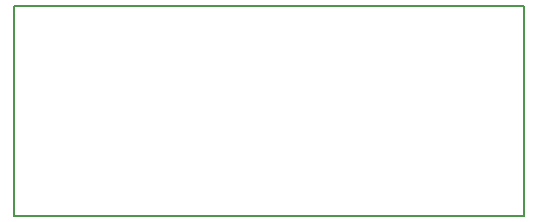
<source format=gbr>
G04 #@! TF.FileFunction,Profile,NP*
%FSLAX46Y46*%
G04 Gerber Fmt 4.6, Leading zero omitted, Abs format (unit mm)*
G04 Created by KiCad (PCBNEW 4.0.2+dfsg1-stable) date 2017年12月22日 星期五 14时14分46秒*
%MOMM*%
G01*
G04 APERTURE LIST*
%ADD10C,0.100000*%
%ADD11C,0.150000*%
G04 APERTURE END LIST*
D10*
D11*
X126911100Y-96113600D02*
X126911100Y-113893600D01*
X126911100Y-113893600D02*
X170091100Y-113893600D01*
X170091100Y-113893600D02*
X170091100Y-96113600D01*
X170091100Y-96113600D02*
X126911100Y-96113600D01*
M02*

</source>
